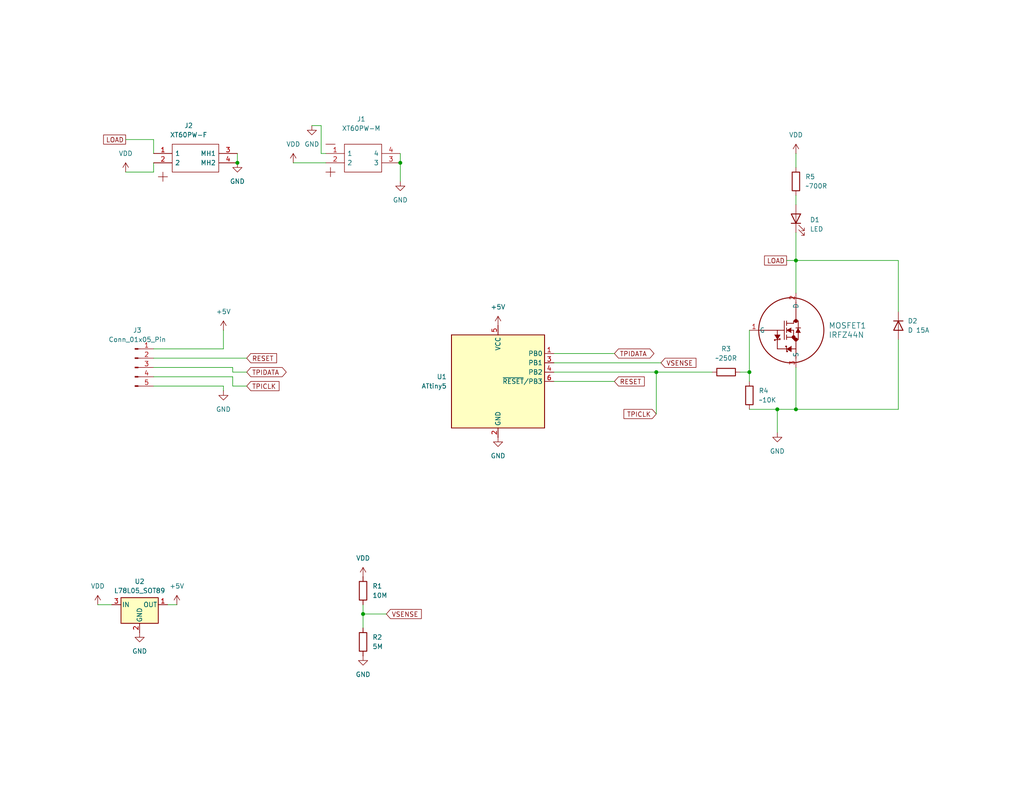
<source format=kicad_sch>
(kicad_sch (version 20231120) (generator "eeschema") (generator_version "8.0")
  (paper "USLetter")
  (title_block (title "avr-batt-timer") (date "2024-12-21") (company "Timofei Korostelev"))
  (lib_symbols
    (symbol "Connector:Conn_01x05_Pin" (pin_names (offset 1.016) hide)
      (property "Reference" "J" (at 0 7.62 0))
      (property "Value" "Conn_01x05_Pin" (at 0 -7.62 0))
      (symbol "Conn_01x05_Pin_1_1"
        (polyline (pts (xy 1.27 -5.08) (xy 0.8636 -5.08)) (stroke (width 0.1524)))
        (polyline (pts (xy 1.27 -2.54) (xy 0.8636 -2.54)) (stroke (width 0.1524)))
        (polyline (pts (xy 1.27 0) (xy 0.8636 0)) (stroke (width 0.1524)))
        (polyline (pts (xy 1.27 2.54) (xy 0.8636 2.54)) (stroke (width 0.1524)))
        (polyline (pts (xy 1.27 5.08) (xy 0.8636 5.08)) (stroke (width 0.1524)))
        (rectangle (start 0.8636 -4.953) (end 0 -5.207) (stroke (width 0.1524)) (fill (type outline)))
        (rectangle (start 0.8636 -2.413) (end 0 -2.667) (stroke (width 0.1524)) (fill (type outline)))
        (rectangle (start 0.8636 0.127) (end 0 -0.127) (stroke (width 0.1524)) (fill (type outline)))
        (rectangle (start 0.8636 2.667) (end 0 2.413) (stroke (width 0.1524)) (fill (type outline)))
        (rectangle (start 0.8636 5.207) (end 0 4.953) (stroke (width 0.1524)) (fill (type outline)))
        (pin passive line (at 5.08 5.08 180) (length 3.81) (name "Pin_1") (number "1"))
        (pin passive line (at 5.08 2.54 180) (length 3.81) (name "Pin_2") (number "2"))
        (pin passive line (at 5.08 0 180) (length 3.81) (name "Pin_3") (number "3"))
        (pin passive line (at 5.08 -2.54 180) (length 3.81) (name "Pin_4") (number "4"))
        (pin passive line (at 5.08 -5.08 180) (length 3.81) (name "Pin_5") (number "5"))
      )
    )
    (symbol "Device:D" (pin_numbers hide) (pin_names (offset 1.016) hide)
      (property "Reference" "D" (at 0 2.54 0))
      (property "Value" "D" (at 0 -2.54 0))
      (symbol "D_0_1"
        (polyline (pts (xy -1.27 1.27) (xy -1.27 -1.27)) (stroke (width 0.254)))
        (polyline (pts (xy 1.27 0) (xy -1.27 0)))
        (polyline (pts (xy 1.27 1.27) (xy 1.27 -1.27) (xy -1.27 0) (xy 1.27 1.27)) (stroke (width 0.254)))
      )
      (symbol "D_1_1"
        (pin passive line (at -3.81 0 0) (length 2.54) (name "K") (number "1"))
        (pin passive line (at 3.81 0 180) (length 2.54) (name "A") (number "2"))
      )
    )
    (symbol "Device:LED" (pin_numbers hide) (pin_names (offset 1.016) hide)
      (property "Reference" "D" (at 0 2.54 0))
      (property "Value" "LED" (at 0 -2.54 0))
      (symbol "LED_0_1"
        (polyline (pts (xy -1.27 -1.27) (xy -1.27 1.27)) (stroke (width 0.254)))
        (polyline (pts (xy -1.27 0) (xy 1.27 0)))
        (polyline (pts (xy 1.27 -1.27) (xy 1.27 1.27) (xy -1.27 0) (xy 1.27 -1.27)) (stroke (width 0.254)))
        (polyline (pts (xy -3.048 -0.762) (xy -4.572 -2.286) (xy -3.81 -2.286) (xy -4.572 -2.286) (xy -4.572 -1.524)))
        (polyline (pts (xy -1.778 -0.762) (xy -3.302 -2.286) (xy -2.54 -2.286) (xy -3.302 -2.286) (xy -3.302 -1.524)))
      )
      (symbol "LED_1_1"
        (pin passive line (at -3.81 0 0) (length 2.54) (name "K") (number "1"))
        (pin passive line (at 3.81 0 180) (length 2.54) (name "A") (number "2"))
      )
    )
    (symbol "Device:R" (pin_numbers hide) (pin_names (offset 0))
      (property "Reference" "R" (at 2.032 0 90))
      (property "Value" "R" (at 0 0 90))
      (symbol "R_0_1"
        (rectangle (start -1.016 -2.54) (end 1.016 2.54) (stroke (width 0.254)))
      )
      (symbol "R_1_1"
        (pin passive line (at 0 3.81 270) (length 1.27) (name "~") (number "1"))
        (pin passive line (at 0 -3.81 90) (length 1.27) (name "~") (number "2"))
      )
    )
    (symbol "MCU_Microchip_ATtiny:ATtiny5-TS"
      (property "Reference" "U" (at -12.7 13.97 0))
      (property "Value" "ATtiny5-TS" (at 2.54 -13.97 0))
      (symbol "ATtiny5-TS_0_1"
        (rectangle (start -12.7 -12.7) (end 12.7 12.7) (stroke (width 0.254)) (fill (type background)))
      )
      (symbol "ATtiny5-TS_1_1"
        (pin bidirectional line (at 15.24 7.62 180) (length 2.54) (name "PB0") (number "1"))
        (pin power_in line (at 0 -15.24 90) (length 2.54) (name "GND") (number "2"))
        (pin bidirectional line (at 15.24 5.08 180) (length 2.54) (name "PB1") (number "3"))
        (pin bidirectional line (at 15.24 2.54 180) (length 2.54) (name "PB2") (number "4"))
        (pin power_in line (at 0 15.24 270) (length 2.54) (name "VCC") (number "5"))
        (pin bidirectional line (at 15.24 0 180) (length 2.54) (name "~{RESET}/PB3") (number "6"))
      )
    )
    (symbol "Regulator_Linear:L78L05_SOT89" (pin_names (offset 0.254))
      (property "Reference" "U" (at -3.81 3.175 0))
      (property "Value" "L78L05_SOT89" (at -0.635 3.175 0))
      (symbol "L78L05_SOT89_0_1"
        (rectangle (start -5.08 1.905) (end 5.08 -5.08) (stroke (width 0.254)) (fill (type background)))
      )
      (symbol "L78L05_SOT89_1_1"
        (pin power_out line (at 7.62 0 180) (length 2.54) (name "OUT") (number "1"))
        (pin power_in line (at 0 -7.62 90) (length 2.54) (name "GND") (number "2"))
        (pin power_in line (at -7.62 0 0) (length 2.54) (name "IN") (number "3"))
      )
    )
    (symbol "Timofei_Import:IRFZ44N_127" (pin_names (offset 0.254))
      (property "Reference" "MOSFET" (at 25.654 8.89 0))
      (property "Value" "IRFZ44N_127" (at 25.4 -10.668 0))
      (symbol "IRFZ44N_127_0_1"
        (polyline (pts (xy 2.54 0) (xy 9.525 0)) (stroke (width 0.2032)))
        (polyline (pts (xy 6.858 -2.794) (xy 7.112 -2.794)) (stroke (width 0.2032)))
        (polyline (pts (xy 6.858 -2.54) (xy 6.858 -2.794)) (stroke (width 0.2032)))
        (polyline (pts (xy 6.858 -2.54) (xy 8.382 -2.54)) (stroke (width 0.2032)))
        (polyline (pts (xy 7.62 -5.08) (xy 10.16 -5.08)) (stroke (width 0.2032)))
        (polyline (pts (xy 7.62 -2.54) (xy 7.62 -5.08)) (stroke (width 0.2032)))
        (polyline (pts (xy 7.62 0) (xy 7.62 -1.27)) (stroke (width 0.2032)))
        (polyline (pts (xy 8.382 -2.54) (xy 8.382 -2.286)) (stroke (width 0.2032)))
        (polyline (pts (xy 8.382 -2.286) (xy 8.128 -2.286)) (stroke (width 0.2032)))
        (polyline (pts (xy 9.525 -2.54) (xy 9.525 2.54)) (stroke (width 0.2032)))
        (polyline (pts (xy 9.906 -4.318) (xy 9.906 -4.572)) (stroke (width 0.2032)))
        (polyline (pts (xy 10.16 -5.842) (xy 10.414 -5.842)) (stroke (width 0.2032)))
        (polyline (pts (xy 10.16 -4.318) (xy 9.906 -4.318)) (stroke (width 0.2032)))
        (polyline (pts (xy 10.16 -4.318) (xy 10.16 -5.842)) (stroke (width 0.2032)))
        (polyline (pts (xy 10.16 -2.54) (xy 10.16 -1.27)) (stroke (width 0.2032)))
        (polyline (pts (xy 10.16 -1.905) (xy 12.065 -1.905)) (stroke (width 0.2032)))
        (polyline (pts (xy 10.16 -0.635) (xy 10.16 0.635)) (stroke (width 0.2032)))
        (polyline (pts (xy 10.16 1.27) (xy 10.16 2.54)) (stroke (width 0.2032)))
        (polyline (pts (xy 10.16 1.905) (xy 12.065 1.905)) (stroke (width 0.2032)))
        (polyline (pts (xy 10.414 -5.842) (xy 10.414 -5.588)) (stroke (width 0.2032)))
        (polyline (pts (xy 11.43 -5.08) (xy 12.7 -5.08)) (stroke (width 0.2032)))
        (polyline (pts (xy 11.43 0) (xy 12.065 0)) (stroke (width 0.2032)))
        (polyline (pts (xy 12.065 -2.54) (xy 12.065 0)) (stroke (width 0.2032)))
        (polyline (pts (xy 12.065 -2.54) (xy 13.335 -2.54)) (stroke (width 0.2032)))
        (polyline (pts (xy 12.065 1.905) (xy 12.065 2.54)) (stroke (width 0.2032)))
        (polyline (pts (xy 12.065 2.54) (xy 13.335 2.54)) (stroke (width 0.2032)))
        (polyline (pts (xy 12.7 -7.62) (xy 12.7 -2.54)) (stroke (width 0.2032)))
        (polyline (pts (xy 12.7 2.54) (xy 12.7 7.62)) (stroke (width 0.2032)))
        (polyline (pts (xy 13.335 -2.54) (xy 13.335 -0.635)) (stroke (width 0.2032)))
        (polyline (pts (xy 13.335 0.635) (xy 13.335 2.54)) (stroke (width 0.2032)))
        (polyline (pts (xy 13.97 0.635) (xy 12.7 0.635)) (stroke (width 0.2032)))
        (polyline (pts (xy 6.858 -1.27) (xy 8.382 -1.27) (xy 7.62 -2.54)) (fill (type outline)))
        (polyline (pts (xy 11.43 -4.318) (xy 11.43 -5.842) (xy 10.16 -5.08)) (fill (type outline)))
        (polyline (pts (xy 11.43 0.635) (xy 10.16 0) (xy 11.43 -0.635)) (fill (type outline)))
        (polyline (pts (xy 13.97 -0.635) (xy 12.7 -0.635) (xy 13.335 0.635)) (fill (type outline)))
        (circle (center 11.43 0) (radius 8.89) (stroke (width 0.254)))
        (circle (center 12.065 -1.905) (radius 0.0254) (stroke (width 0.508)))
        (circle (center 12.7 -2.54) (radius 0.0254) (stroke (width 0.508)))
        (circle (center 12.7 2.54) (radius 0.0254) (stroke (width 0.508)))
        (pin unspecified line (at 0 0 0) (length 2.54) (name "G") (number "1"))
        (pin unspecified line (at 12.7 10.16 270) (length 2.54) (name "D") (number "2"))
        (pin unspecified line (at 12.7 -10.16 90) (length 2.54) (name "S") (number "3"))
      )
    )
    (symbol "Timofei_Import:XT60PW-F" (pin_names (offset 0.762))
      (property "Reference" "J" (at 19.05 7.62 0))
      (property "Value" "XT60PW-F" (at 19.05 5.08 0))
      (symbol "XT60PW-F_0_0"
        (pin passive line (at 0 0 0) (length 5.08) (name "1") (number "1"))
        (pin passive line (at 0 -2.54 0) (length 5.08) (name "2") (number "2"))
        (pin passive line (at 22.86 0 180) (length 5.08) (name "MH1") (number "3"))
        (pin passive line (at 22.86 -2.54 180) (length 5.08) (name "MH2") (number "4"))
      )
      (symbol "XT60PW-F_0_1"
        (polyline (pts (xy 1.27 -6.35) (xy 1.27 -6.35)))
        (polyline (pts (xy 1.27 -6.35) (xy 3.81 -6.35)))
        (polyline (pts (xy 2.54 -5.08) (xy 2.54 -7.62)))
        (polyline (pts (xy 5.08 2.54) (xy 17.78 2.54) (xy 17.78 -5.08) (xy 5.08 -5.08) (xy 5.08 2.54)) (stroke (width 0.1524)))
      )
    )
    (symbol "Timofei_Import:XT60PW-M" (pin_names (offset 0.762))
      (property "Reference" "J" (at 16.51 7.62 0))
      (property "Value" "XT60PW-M" (at 16.51 5.08 0))
      (property "Footprint" "Connector_AMASS:AMASS_XT60PW-M_1x02_P7.20mm_Horizontal" (at 16.51 2.54 0))
      (symbol "XT60PW-M_0_0"
        (pin passive line (at 0 0 0) (length 5.08) (name "1") (number "1"))
        (pin passive line (at 0 -2.54 0) (length 5.08) (name "2") (number "2"))
        (pin passive line (at 20.32 -2.54 180) (length 5.08) (name "3") (number "3"))
        (pin passive line (at 20.32 0 180) (length 5.08) (name "4") (number "4"))
      )
      (symbol "XT60PW-M_0_1"
        (polyline (pts (xy 0 -5.08) (xy 2.54 -5.08)))
        (polyline (pts (xy 0 2.54) (xy 0 2.54)))
        (polyline (pts (xy 0 2.54) (xy 2.54 2.54)))
        (polyline (pts (xy 1.27 -6.35) (xy 1.27 -3.81)))
        (polyline (pts (xy 5.08 2.54) (xy 15.24 2.54) (xy 15.24 -5.08) (xy 5.08 -5.08) (xy 5.08 2.54)) (stroke (width 0.1524)))
      )
    )
    (symbol "power:+5V" (power) (pin_numbers hide) (pin_names (offset 0) hide)
      (property "Value" "+5V" (at 0 3.556 0))
      (symbol "+5V_0_1"
        (polyline (pts (xy -0.762 1.27) (xy 0 2.54)))
        (polyline (pts (xy 0 0) (xy 0 2.54)))
        (polyline (pts (xy 0 2.54) (xy 0.762 1.27)))
      )
      (symbol "+5V_1_1"
        (pin power_in line (at 0 0 90) (length 0) (name "~") (number "1"))
      )
    )
    (symbol "power:GND" (power) (pin_numbers hide) (pin_names (offset 0) hide)
      (property "Value" "GND" (at 0 -3.81 0))
      (symbol "GND_0_1"
        (polyline (pts (xy 0 0) (xy 0 -1.27) (xy 1.27 -1.27) (xy 0 -2.54) (xy -1.27 -1.27) (xy 0 -1.27)))
      )
      (symbol "GND_1_1"
        (pin power_in line (at 0 0 270) (length 0) (name "~") (number "1"))
      )
    )
    (symbol "power:VDD" (power) (pin_numbers hide) (pin_names (offset 0) hide)
      (property "Value" "VDD" (at 0 3.556 0))
      (symbol "VDD_0_1"
        (polyline (pts (xy -0.762 1.27) (xy 0 2.54)))
        (polyline (pts (xy 0 0) (xy 0 2.54)))
        (polyline (pts (xy 0 2.54) (xy 0.762 1.27)))
      )
      (symbol "VDD_1_1"
        (pin power_in line (at 0 0 90) (length 0) (name "~") (number "1"))
      )
    )
  )
  (junction (at 109.22 44.45))
  (junction (at 212.09 111.76))
  (junction (at 217.17 71.12))
  (junction (at 64.77 44.45))
  (junction (at 217.17 111.76))
  (junction (at 179.07 101.6))
  (junction (at 99.06 167.64))
  (junction (at 204.47 101.6))
  (wire (pts (xy 245.11 71.12) (xy 245.11 85.09)))
  (wire (pts (xy 99.06 165.1) (xy 99.06 167.64)))
  (wire (pts (xy 41.91 95.25) (xy 60.96 95.25)))
  (wire (pts (xy 151.13 99.06) (xy 180.34 99.06)))
  (wire (pts (xy 201.93 101.6) (xy 204.47 101.6)))
  (wire (pts (xy 217.17 71.12) (xy 214.63 71.12)))
  (wire (pts (xy 99.06 167.64) (xy 105.41 167.64)))
  (wire (pts (xy 63.5 100.33) (xy 63.5 101.6)))
  (wire (pts (xy 217.17 71.12) (xy 217.17 80.01)))
  (wire (pts (xy 45.72 165.1) (xy 48.26 165.1)))
  (wire (pts (xy 109.22 41.91) (xy 109.22 44.45)))
  (wire (pts (xy 87.63 34.29) (xy 85.09 34.29)))
  (wire (pts (xy 179.07 101.6) (xy 194.31 101.6)))
  (wire (pts (xy 99.06 167.64) (xy 99.06 171.45)))
  (wire (pts (xy 41.91 97.79) (xy 67.31 97.79)))
  (wire (pts (xy 217.17 111.76) (xy 212.09 111.76)))
  (wire (pts (xy 26.67 165.1) (xy 30.48 165.1)))
  (wire (pts (xy 88.9 41.91) (xy 87.63 41.91)))
  (wire (pts (xy 41.91 46.99) (xy 34.29 46.99)))
  (wire (pts (xy 217.17 63.5) (xy 217.17 71.12)))
  (wire (pts (xy 179.07 113.03) (xy 179.07 101.6)))
  (wire (pts (xy 60.96 90.17) (xy 60.96 95.25)))
  (wire (pts (xy 41.91 100.33) (xy 63.5 100.33)))
  (wire (pts (xy 204.47 104.14) (xy 204.47 101.6)))
  (wire (pts (xy 60.96 105.41) (xy 60.96 106.68)))
  (wire (pts (xy 204.47 90.17) (xy 204.47 101.6)))
  (wire (pts (xy 217.17 100.33) (xy 217.17 111.76)))
  (wire (pts (xy 217.17 41.91) (xy 217.17 45.72)))
  (wire (pts (xy 151.13 104.14) (xy 167.64 104.14)))
  (wire (pts (xy 151.13 101.6) (xy 179.07 101.6)))
  (wire (pts (xy 151.13 96.52) (xy 167.64 96.52)))
  (wire (pts (xy 245.11 111.76) (xy 217.17 111.76)))
  (wire (pts (xy 87.63 41.91) (xy 87.63 34.29)))
  (wire (pts (xy 217.17 53.34) (xy 217.17 55.88)))
  (wire (pts (xy 41.91 38.1) (xy 41.91 41.91)))
  (wire (pts (xy 80.01 44.45) (xy 88.9 44.45)))
  (wire (pts (xy 41.91 44.45) (xy 41.91 46.99)))
  (wire (pts (xy 63.5 102.87) (xy 63.5 105.41)))
  (wire (pts (xy 41.91 105.41) (xy 60.96 105.41)))
  (wire (pts (xy 212.09 118.11) (xy 212.09 111.76)))
  (wire (pts (xy 64.77 41.91) (xy 64.77 44.45)))
  (wire (pts (xy 204.47 111.76) (xy 212.09 111.76)))
  (wire (pts (xy 63.5 105.41) (xy 67.31 105.41)))
  (wire (pts (xy 217.17 71.12) (xy 245.11 71.12)))
  (wire (pts (xy 245.11 111.76) (xy 245.11 92.71)))
  (wire (pts (xy 63.5 101.6) (xy 67.31 101.6)))
  (wire (pts (xy 109.22 44.45) (xy 109.22 49.53)))
  (wire (pts (xy 41.91 38.1) (xy 34.29 38.1)))
  (wire (pts (xy 41.91 102.87) (xy 63.5 102.87)))
  (global_label "RESET" (shape input) (at 67.31 97.79 0) (property "Intersheetrefs" "${INTERSHEET_REFS}" (effects (hide yes))))
  (global_label "VSENSE" (shape input) (at 105.41 167.64 0) (property "Intersheetrefs" "${INTERSHEET_REFS}" (effects (hide yes))))
  (global_label "RESET" (shape input) (at 167.64 104.14 0) (property "Intersheetrefs" "${INTERSHEET_REFS}" (effects (hide yes))))
  (global_label "TPIDATA" (shape bidirectional) (at 67.31 101.6 0) (property "Intersheetrefs" "${INTERSHEET_REFS}" (effects (hide yes))))
  (global_label "TPICLK" (shape input) (at 179.07 113.03 180) (property "Intersheetrefs" "${INTERSHEET_REFS}" (effects (hide yes))))
  (global_label "TPIDATA" (shape bidirectional) (at 167.64 96.52 0) (property "Intersheetrefs" "${INTERSHEET_REFS}" (effects (hide yes))))
  (global_label "VSENSE" (shape input) (at 180.34 99.06 0) (property "Intersheetrefs" "${INTERSHEET_REFS}" (effects (hide yes))))
  (global_label "LOAD" (shape passive) (at 34.29 38.1 180) (property "Intersheetrefs" "${INTERSHEET_REFS}" (effects (hide yes))))
  (global_label "TPICLK" (shape input) (at 67.31 105.41 0) (property "Intersheetrefs" "${INTERSHEET_REFS}" (effects (hide yes))))
  (global_label "LOAD" (shape passive) (at 214.63 71.12 180) (property "Intersheetrefs" "${INTERSHEET_REFS}" (effects (hide yes))))
  (symbol (lib_id "power:GND") (at 64.77 44.45 0) (unit 1)
    (property "Reference" "#PWR011" (effects (hide yes)))
    (property "Value" "GND" (at 64.77 49.53 0))
    (property "Description" "Power symbol creates a global label with name \"GND\" , ground" (effects (hide yes)))
  )
  (symbol (lib_id "power:GND") (at 60.96 106.68 0) (unit 1)
    (property "Reference" "#PWR02" (effects (hide yes)))
    (property "Value" "GND" (at 60.96 111.76 0))
    (property "Description" "Power symbol creates a global label with name \"GND\" , ground" (effects (hide yes)))
  )
  (symbol (lib_id "power:VDD") (at 217.17 41.91 0) (unit 1)
    (property "Reference" "#PWR016" (effects (hide yes)))
    (property "Value" "VDD" (at 217.17 36.83 0))
    (property "Description" "Power symbol creates a global label with name \"VDD\"" (effects (hide yes)))
  )
  (symbol (lib_id "power:VDD") (at 80.01 44.45 0) (unit 1)
    (property "Reference" "#PWR09" (effects (hide yes)))
    (property "Value" "VDD" (at 80.01 39.37 0))
    (property "Description" "Power symbol creates a global label with name \"VDD\"" (effects (hide yes)))
  )
  (symbol (lib_id "Device:R") (at 198.12 101.6 270) (unit 1)
    (property "Reference" "R3" (at 198.12 95.25 90))
    (property "Value" "~250R" (at 198.12 97.79 90))
    (property "Footprint" "Resistor_SMD:R_0805_2012Metric_Pad1.20x1.40mm_HandSolder" (effects (hide yes)))
    (property "Description" "Resistor" (effects (hide yes)))
  )
  (symbol (lib_id "Device:R") (at 217.17 49.53 0) (unit 1)
    (property "Reference" "R5" (at 219.71 48.2599 0) (effects (justify left)))
    (property "Value" "~700R" (at 219.71 50.7999 0) (effects (justify left)))
    (property "Footprint" "Resistor_SMD:R_0805_2012Metric_Pad1.20x1.40mm_HandSolder" (effects (hide yes)))
    (property "Description" "Resistor" (effects (hide yes)))
  )
  (symbol (lib_id "power:GND") (at 85.09 34.29 0) (unit 1)
    (property "Reference" "#PWR010" (effects (hide yes)))
    (property "Value" "GND" (at 85.09 39.37 0))
    (property "Description" "Power symbol creates a global label with name \"GND\" , ground" (effects (hide yes)))
  )
  (symbol (lib_id "power:GND") (at 38.1 172.72 0) (unit 1)
    (property "Reference" "#PWR013" (effects (hide yes)))
    (property "Value" "GND" (at 38.1 177.8 0))
    (property "Description" "Power symbol creates a global label with name \"GND\" , ground" (effects (hide yes)))
  )
  (symbol (lib_id "Device:D") (at 245.11 88.9 270) (unit 1)
    (property "Reference" "D2" (at 247.65 87.6299 90) (effects (justify left)))
    (property "Value" "D 15A" (at 247.65 90.1699 90) (effects (justify left)))
    (property "Footprint" "Package_TO_SOT_THT:TO-220-2_Horizontal_TabDown" (effects (hide yes)))
    (property "Description" "Diode" (effects (hide yes)))
    (property "Sim.Device" "D" (effects (hide yes)))
    (property "Sim.Pins" "1=K 2=A" (effects (hide yes)))
  )
  (symbol (lib_id "power:VDD") (at 99.06 157.48 0) (unit 1)
    (property "Reference" "#PWR06" (effects (hide yes)))
    (property "Value" "VDD" (at 99.06 152.4 0))
    (property "Description" "Power symbol creates a global label with name \"VDD\"" (effects (hide yes)))
  )
  (symbol (lib_id "power:VDD") (at 26.67 165.1 0) (unit 1)
    (property "Reference" "#PWR014" (effects (hide yes)))
    (property "Value" "VDD" (at 26.67 160.02 0))
    (property "Description" "Power symbol creates a global label with name \"VDD\"" (effects (hide yes)))
  )
  (symbol (lib_id "power:+5V") (at 135.89 88.9 0) (unit 1)
    (property "Reference" "#PWR03" (effects (hide yes)))
    (property "Value" "+5V" (at 135.89 83.82 0))
    (property "Description" "Power symbol creates a global label with name \"+5V\"" (effects (hide yes)))
  )
  (symbol (lib_id "Timofei_Import:XT60PW-F") (at 41.91 41.91 0) (unit 1)
    (property "Reference" "J2" (at 51.4731 34.29 0))
    (property "Value" "XT60PW-F" (at 51.4731 36.83 0))
    (property "Footprint" "Connector_AMASS:AMASS_XT60PW-F_1x02_P7.20mm_Horizontal" (effects (hide yes)))
    (property "Datasheet" "https://www.tme.eu/Document/1191bc2fa3aee3c446e5a895fd8f7983/XT60PW-F.pdf" (effects (hide yes)))
    (property "Description" "Socket; DC supply; XT60; female; PIN: 2; on PCBs; THT; Colour: yellow" (effects (hide yes)))
    (property "Description_1" "Socket; DC supply; XT60; female; PIN: 2; on PCBs; THT; Colour: yellow" (effects (hide yes)))
    (property "Height" "8.4" (effects (hide yes)))
    (property "Manufacturer_Name" "Amass" (effects (hide yes)))
    (property "Manufacturer_Part_Number" "XT60PW-F" (effects (hide yes)))
  )
  (symbol (lib_id "Connector:Conn_01x05_Pin") (at 36.83 100.33 0) (unit 1)
    (property "Reference" "J3" (at 37.465 90.17 0))
    (property "Value" "Conn_01x05_Pin" (at 37.465 92.71 0))
    (property "Footprint" "Connector_PinHeader_2.54mm:PinHeader_1x05_P2.54mm_Vertical" (effects (hide yes)))
    (property "Description" "Generic connector, single row, 01x05, script generated" (effects (hide yes)))
  )
  (symbol (lib_id "power:+5V") (at 48.26 165.1 0) (unit 1)
    (property "Reference" "#PWR015" (effects (hide yes)))
    (property "Value" "+5V" (at 48.26 160.02 0))
    (property "Description" "Power symbol creates a global label with name \"+5V\"" (effects (hide yes)))
  )
  (symbol (lib_id "Device:R") (at 204.47 107.95 0) (unit 1)
    (property "Reference" "R4" (at 207.01 106.6799 0) (effects (justify left)))
    (property "Value" "~10K" (at 207.01 109.2199 0) (effects (justify left)))
    (property "Footprint" "Resistor_SMD:R_0805_2012Metric_Pad1.20x1.40mm_HandSolder" (effects (hide yes)))
    (property "Description" "Resistor" (effects (hide yes)))
  )
  (symbol (lib_id "Device:R") (at 99.06 161.29 0) (unit 1)
    (property "Reference" "R1" (at 101.6 160.0199 0) (effects (justify left)))
    (property "Value" "10M" (at 101.6 162.5599 0) (effects (justify left)))
    (property "Footprint" "Resistor_SMD:R_0805_2012Metric_Pad1.20x1.40mm_HandSolder" (effects (hide yes)))
    (property "Description" "Resistor" (effects (hide yes)))
  )
  (symbol (lib_id "power:+5V") (at 60.96 90.17 0) (unit 1)
    (property "Reference" "#PWR01" (effects (hide yes)))
    (property "Value" "+5V" (at 60.96 85.09 0))
    (property "Description" "Power symbol creates a global label with name \"+5V\"" (effects (hide yes)))
  )
  (symbol (lib_id "power:GND") (at 99.06 179.07 0) (unit 1)
    (property "Reference" "#PWR05" (effects (hide yes)))
    (property "Value" "GND" (at 99.06 184.15 0))
    (property "Description" "Power symbol creates a global label with name \"GND\" , ground" (effects (hide yes)))
  )
  (symbol (lib_id "MCU_Microchip_ATtiny:ATtiny5-TS") (at 135.89 104.14 0) (unit 1)
    (property "Reference" "U1" (at 121.92 102.8699 0) (effects (justify right)))
    (property "Value" "ATtiny5" (at 121.92 105.4099 0) (effects (justify right)))
    (property "Footprint" "Package_TO_SOT_SMD:SOT-23-6_Handsoldering" (effects (hide yes)))
    (property "Datasheet" "http://ww1.microchip.com/downloads/en/DeviceDoc/Atmel-8127-AVR-8-bit-Microcontroller-ATtiny4-ATtiny5-ATtiny9-ATtiny10_Datasheet.pdf" (effects (hide yes)))
    (property "Description" "12MHz, 512B Flash, 32B SRAM, No EEPROM, ADC, SOT-23-6" (effects (hide yes)))
  )
  (symbol (lib_id "Device:R") (at 99.06 175.26 0) (unit 1)
    (property "Reference" "R2" (at 101.6 173.9899 0) (effects (justify left)))
    (property "Value" "5M" (at 101.6 176.5299 0) (effects (justify left)))
    (property "Footprint" "Resistor_SMD:R_0805_2012Metric_Pad1.20x1.40mm_HandSolder" (effects (hide yes)))
    (property "Description" "Resistor" (effects (hide yes)))
  )
  (symbol (lib_id "power:GND") (at 135.89 119.38 0) (unit 1)
    (property "Reference" "#PWR04" (effects (hide yes)))
    (property "Value" "GND" (at 135.89 124.46 0))
    (property "Description" "Power symbol creates a global label with name \"GND\" , ground" (effects (hide yes)))
  )
  (symbol (lib_id "power:GND") (at 109.22 49.53 0) (unit 1)
    (property "Reference" "#PWR07" (effects (hide yes)))
    (property "Value" "GND" (at 109.22 54.61 0))
    (property "Description" "Power symbol creates a global label with name \"GND\" , ground" (effects (hide yes)))
  )
  (symbol (lib_id "Device:LED") (at 217.17 59.69 90) (unit 1)
    (property "Reference" "D1" (at 220.98 60.0074 90) (effects (justify right)))
    (property "Value" "LED" (at 220.98 62.5474 90) (effects (justify right)))
    (property "Footprint" "LED_THT:LED_D3.0mm" (effects (hide yes)))
    (property "Description" "Light emitting diode" (effects (hide yes)))
  )
  (symbol (lib_id "power:GND") (at 212.09 118.11 0) (unit 1)
    (property "Reference" "#PWR08" (effects (hide yes)))
    (property "Value" "GND" (at 212.09 123.19 0))
    (property "Description" "Power symbol creates a global label with name \"GND\" , ground" (effects (hide yes)))
  )
  (symbol (lib_id "Timofei_Import:XT60PW-M") (at 88.9 41.91 0) (unit 1)
    (property "Reference" "J1" (at 98.552 32.512 0))
    (property "Value" "XT60PW-M" (at 98.552 35.052 0))
    (property "Footprint" "Connector_AMASS:AMASS_XT60PW-M_1x02_P7.20mm_Horizontal" (effects (hide yes)))
    (property "Datasheet" "https://www.tme.eu/Document/9b8d0c5eb7094295f3d3112c214d3ade/XT60PW%20SPEC.pdf" (effects (hide yes)))
    (property "Description" "Socket; DC supply; XT60; male; PIN: 2; on PCBs; THT; Colour: yellow" (effects (hide yes)))
    (property "Height" "8.4" (effects (hide yes)))
    (property "Manufacturer_Name" "Changzou Amass Elec" (effects (hide yes)))
    (property "Manufacturer_Part_Number" "XT60PW-M" (effects (hide yes)))
  )
  (symbol (lib_id "Timofei_Import:IRFZ44N_127") (at 204.47 90.17 0) (unit 1)
    (property "Reference" "MOSFET1" (at 226.06 88.8999 0) (effects (font (size 1.524 1.524)) (justify left)))
    (property "Value" "IRFZ44N" (at 226.06 91.4399 0) (effects (font (size 1.524 1.524)) (justify left)))
    (property "Footprint" "Package_TO_SOT_THT:TO-220-3_Horizontal_TabDown" (effects (hide yes)))
    (property "Datasheet" "IRFZ44N_127" (effects (hide yes)))
  )
  (symbol (lib_id "Regulator_Linear:L78L05_SOT89") (at 38.1 165.1 0) (unit 1)
    (property "Reference" "U2" (at 38.1 158.75 0))
    (property "Value" "L78L05_SOT89" (at 38.1 161.29 0))
    (property "Footprint" "Package_TO_SOT_SMD:SOT-89-3" (effects (hide yes)))
    (property "Datasheet" "http://www.st.com/content/ccc/resource/technical/document/datasheet/15/55/e5/aa/23/5b/43/fd/CD00000446.pdf/files/CD00000446.pdf/jcr:content/translations/en.CD00000446.pdf" (effects (hide yes)))
    (property "Description" "Positive 100mA 30V Linear Regulator, Fixed Output 5V, SOT-89" (effects (hide yes)))
  )
  (symbol (lib_id "power:VDD") (at 34.29 46.99 0) (unit 1)
    (property "Reference" "#PWR012" (effects (hide yes)))
    (property "Value" "VDD" (at 34.29 41.91 0))
    (property "Description" "Power symbol creates a global label with name \"VDD\"" (effects (hide yes)))
  )
)
</source>
